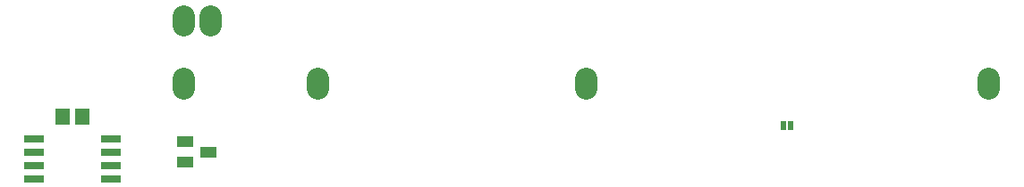
<source format=gbr>
G04 EAGLE Gerber RS-274X export*
G75*
%MOMM*%
%FSLAX34Y34*%
%LPD*%
%INSoldermask Top*%
%IPPOS*%
%AMOC8*
5,1,8,0,0,1.08239X$1,22.5*%
G01*
%ADD10C,2.127000*%
%ADD11R,1.427000X1.627000*%
%ADD12R,1.527000X1.127000*%
%ADD13R,1.877000X0.736600*%
%ADD14R,0.627000X0.877000*%


D10*
X165100Y107950D02*
X165100Y99060D01*
X165100Y158750D02*
X165100Y167640D01*
X292100Y107950D02*
X292100Y99060D01*
X546100Y99060D02*
X546100Y107950D01*
X190500Y158750D02*
X190500Y167640D01*
X927100Y107950D02*
X927100Y99060D01*
D11*
X50825Y71755D03*
X69825Y71755D03*
D12*
X188800Y38100D03*
X166800Y28600D03*
X166800Y47600D03*
D13*
X24075Y50800D03*
X24075Y38100D03*
X24075Y25400D03*
X24075Y12700D03*
X96575Y12700D03*
X96575Y25400D03*
X96575Y38100D03*
X96575Y50800D03*
D14*
X733355Y63500D03*
X739845Y63500D03*
M02*

</source>
